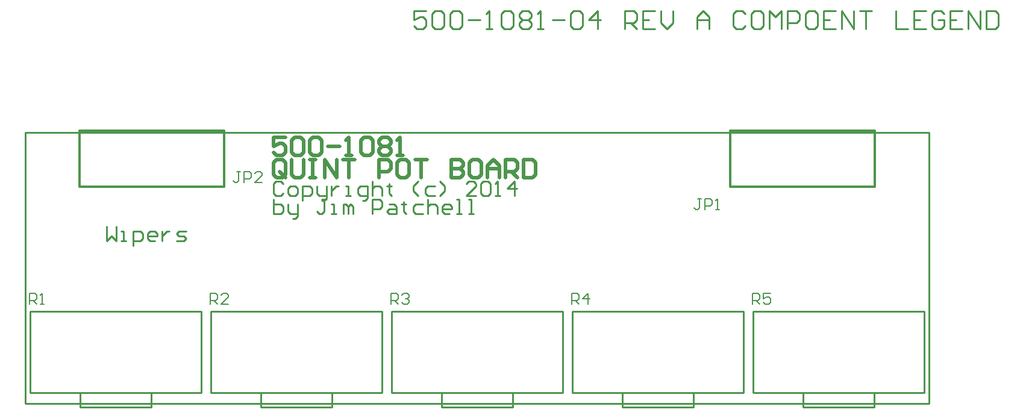
<source format=gto>
%FSLAX24Y24*%
%MOIN*%
G70*
G01*
G75*
G04 Layer_Color=65535*
%ADD10C,0.0120*%
%ADD11C,0.0100*%
%ADD12C,0.0620*%
%ADD13R,0.0620X0.0620*%
%ADD14C,0.1000*%
%ADD15C,0.0060*%
%ADD16C,0.0200*%
D10*
X39000Y12000D02*
Y15100D01*
X47000Y12000D02*
Y15100D01*
X39000D02*
X47000D01*
X39000Y12000D02*
X47000D01*
X3000D02*
Y15100D01*
X11000Y12000D02*
Y15100D01*
X3000D02*
X11000D01*
X3000Y12000D02*
X11000D01*
D11*
X40276Y600D02*
Y5128D01*
X49724Y600D02*
Y5128D01*
X46968Y-187D02*
Y600D01*
X43032Y-187D02*
Y600D01*
X40276Y5128D02*
X49724D01*
X45000Y-187D02*
X46968D01*
X43032D02*
X45000D01*
X40276Y600D02*
X45000D01*
X49724D01*
X20276D02*
Y5128D01*
X29724Y600D02*
Y5128D01*
X26969Y-187D02*
Y600D01*
X23031Y-187D02*
Y600D01*
X20276Y5128D02*
X29724D01*
X25000Y-187D02*
X26969D01*
X23031D02*
X25000D01*
X20276Y600D02*
X25000D01*
X29724D01*
X30276D02*
Y5128D01*
X39724Y600D02*
Y5128D01*
X36969Y-187D02*
Y600D01*
X33031Y-187D02*
Y600D01*
X30276Y5128D02*
X39724D01*
X35000Y-187D02*
X36969D01*
X33031D02*
X35000D01*
X30276Y600D02*
X35000D01*
X39724D01*
X10276D02*
Y5128D01*
X19724Y600D02*
Y5128D01*
X16968Y-187D02*
Y600D01*
X13032Y-187D02*
Y600D01*
X10276Y5128D02*
X19724D01*
X15000Y-187D02*
X16968D01*
X13032D02*
X15000D01*
X10276Y600D02*
X15000D01*
X19724D01*
X276D02*
Y5128D01*
X9724Y600D02*
Y5128D01*
X6969Y-187D02*
Y600D01*
X3031Y-187D02*
Y600D01*
X276Y5128D02*
X9724D01*
X5000Y-187D02*
X6969D01*
X3031D02*
X5000D01*
X276Y600D02*
X5000D01*
X9724D01*
X22166Y21750D02*
X21500D01*
Y21250D01*
X21833Y21416D01*
X22000D01*
X22166Y21250D01*
Y20917D01*
X22000Y20750D01*
X21667D01*
X21500Y20917D01*
X22500Y21583D02*
X22666Y21750D01*
X23000D01*
X23166Y21583D01*
Y20917D01*
X23000Y20750D01*
X22666D01*
X22500Y20917D01*
Y21583D01*
X23499D02*
X23666Y21750D01*
X23999D01*
X24166Y21583D01*
Y20917D01*
X23999Y20750D01*
X23666D01*
X23499Y20917D01*
Y21583D01*
X24499Y21250D02*
X25165D01*
X25499Y20750D02*
X25832D01*
X25665D01*
Y21750D01*
X25499Y21583D01*
X26332D02*
X26498Y21750D01*
X26832D01*
X26998Y21583D01*
Y20917D01*
X26832Y20750D01*
X26498D01*
X26332Y20917D01*
Y21583D01*
X27331D02*
X27498Y21750D01*
X27831D01*
X27998Y21583D01*
Y21416D01*
X27831Y21250D01*
X27998Y21083D01*
Y20917D01*
X27831Y20750D01*
X27498D01*
X27331Y20917D01*
Y21083D01*
X27498Y21250D01*
X27331Y21416D01*
Y21583D01*
X27498Y21250D02*
X27831D01*
X28331Y20750D02*
X28664D01*
X28498D01*
Y21750D01*
X28331Y21583D01*
X29164Y21250D02*
X29831D01*
X30164Y21583D02*
X30330Y21750D01*
X30664D01*
X30830Y21583D01*
Y20917D01*
X30664Y20750D01*
X30330D01*
X30164Y20917D01*
Y21583D01*
X31663Y20750D02*
Y21750D01*
X31164Y21250D01*
X31830D01*
X33163Y20750D02*
Y21750D01*
X33663D01*
X33829Y21583D01*
Y21250D01*
X33663Y21083D01*
X33163D01*
X33496D02*
X33829Y20750D01*
X34829Y21750D02*
X34163D01*
Y20750D01*
X34829D01*
X34163Y21250D02*
X34496D01*
X35162Y21750D02*
Y21083D01*
X35495Y20750D01*
X35829Y21083D01*
Y21750D01*
X37162Y20750D02*
Y21416D01*
X37495Y21750D01*
X37828Y21416D01*
Y20750D01*
Y21250D01*
X37162D01*
X39827Y21583D02*
X39661Y21750D01*
X39328D01*
X39161Y21583D01*
Y20917D01*
X39328Y20750D01*
X39661D01*
X39827Y20917D01*
X40660Y21750D02*
X40327D01*
X40161Y21583D01*
Y20917D01*
X40327Y20750D01*
X40660D01*
X40827Y20917D01*
Y21583D01*
X40660Y21750D01*
X41160Y20750D02*
Y21750D01*
X41494Y21416D01*
X41827Y21750D01*
Y20750D01*
X42160D02*
Y21750D01*
X42660D01*
X42826Y21583D01*
Y21250D01*
X42660Y21083D01*
X42160D01*
X43660Y21750D02*
X43326D01*
X43160Y21583D01*
Y20917D01*
X43326Y20750D01*
X43660D01*
X43826Y20917D01*
Y21583D01*
X43660Y21750D01*
X44826D02*
X44159D01*
Y20750D01*
X44826D01*
X44159Y21250D02*
X44493D01*
X45159Y20750D02*
Y21750D01*
X45825Y20750D01*
Y21750D01*
X46159D02*
X46825D01*
X46492D01*
Y20750D01*
X48158Y21750D02*
Y20750D01*
X48825D01*
X49824Y21750D02*
X49158D01*
Y20750D01*
X49824D01*
X49158Y21250D02*
X49491D01*
X50824Y21583D02*
X50657Y21750D01*
X50324D01*
X50157Y21583D01*
Y20917D01*
X50324Y20750D01*
X50657D01*
X50824Y20917D01*
Y21250D01*
X50491D01*
X51824Y21750D02*
X51157D01*
Y20750D01*
X51824D01*
X51157Y21250D02*
X51490D01*
X52157Y20750D02*
Y21750D01*
X52823Y20750D01*
Y21750D01*
X53156D02*
Y20750D01*
X53656D01*
X53823Y20917D01*
Y21583D01*
X53656Y21750D01*
X53156D01*
X14283Y12166D02*
X14150Y12300D01*
X13883D01*
X13750Y12166D01*
Y11633D01*
X13883Y11500D01*
X14150D01*
X14283Y11633D01*
X14683Y11500D02*
X14950D01*
X15083Y11633D01*
Y11900D01*
X14950Y12033D01*
X14683D01*
X14550Y11900D01*
Y11633D01*
X14683Y11500D01*
X15349Y11233D02*
Y12033D01*
X15749D01*
X15883Y11900D01*
Y11633D01*
X15749Y11500D01*
X15349D01*
X16149Y12033D02*
Y11633D01*
X16283Y11500D01*
X16682D01*
Y11367D01*
X16549Y11233D01*
X16416D01*
X16682Y11500D02*
Y12033D01*
X16949D02*
Y11500D01*
Y11767D01*
X17082Y11900D01*
X17216Y12033D01*
X17349D01*
X17749Y11500D02*
X18015D01*
X17882D01*
Y12033D01*
X17749D01*
X18682Y11233D02*
X18815D01*
X18948Y11367D01*
Y12033D01*
X18548D01*
X18415Y11900D01*
Y11633D01*
X18548Y11500D01*
X18948D01*
X19215Y12300D02*
Y11500D01*
Y11900D01*
X19348Y12033D01*
X19615D01*
X19748Y11900D01*
Y11500D01*
X20148Y12166D02*
Y12033D01*
X20015D01*
X20281D01*
X20148D01*
Y11633D01*
X20281Y11500D01*
X21747D02*
X21481Y11767D01*
Y12033D01*
X21747Y12300D01*
X22680Y12033D02*
X22281D01*
X22147Y11900D01*
Y11633D01*
X22281Y11500D01*
X22680D01*
X22947D02*
X23214Y11767D01*
Y12033D01*
X22947Y12300D01*
X24946Y11500D02*
X24413D01*
X24946Y12033D01*
Y12166D01*
X24813Y12300D01*
X24546D01*
X24413Y12166D01*
X25213D02*
X25346Y12300D01*
X25613D01*
X25746Y12166D01*
Y11633D01*
X25613Y11500D01*
X25346D01*
X25213Y11633D01*
Y12166D01*
X26013Y11500D02*
X26279D01*
X26146D01*
Y12300D01*
X26013Y12166D01*
X27079Y11500D02*
Y12300D01*
X26679Y11900D01*
X27212D01*
X13750Y11300D02*
Y10500D01*
X14150D01*
X14283Y10633D01*
Y10767D01*
Y10900D01*
X14150Y11033D01*
X13750D01*
X14550D02*
Y10633D01*
X14683Y10500D01*
X15083D01*
Y10367D01*
X14950Y10233D01*
X14816D01*
X15083Y10500D02*
Y11033D01*
X16682Y11300D02*
X16416D01*
X16549D01*
Y10633D01*
X16416Y10500D01*
X16283D01*
X16149Y10633D01*
X16949Y10500D02*
X17216D01*
X17082D01*
Y11033D01*
X16949D01*
X17615Y10500D02*
Y11033D01*
X17749D01*
X17882Y10900D01*
Y10500D01*
Y10900D01*
X18015Y11033D01*
X18149Y10900D01*
Y10500D01*
X19215D02*
Y11300D01*
X19615D01*
X19748Y11166D01*
Y10900D01*
X19615Y10767D01*
X19215D01*
X20148Y11033D02*
X20415D01*
X20548Y10900D01*
Y10500D01*
X20148D01*
X20015Y10633D01*
X20148Y10767D01*
X20548D01*
X20948Y11166D02*
Y11033D01*
X20814D01*
X21081D01*
X20948D01*
Y10633D01*
X21081Y10500D01*
X22014Y11033D02*
X21614D01*
X21481Y10900D01*
Y10633D01*
X21614Y10500D01*
X22014D01*
X22281Y11300D02*
Y10500D01*
Y10900D01*
X22414Y11033D01*
X22680D01*
X22814Y10900D01*
Y10500D01*
X23480D02*
X23214D01*
X23080Y10633D01*
Y10900D01*
X23214Y11033D01*
X23480D01*
X23613Y10900D01*
Y10767D01*
X23080D01*
X23880Y10500D02*
X24147D01*
X24013D01*
Y11300D01*
X23880D01*
X24546Y10500D02*
X24813D01*
X24680D01*
Y11300D01*
X24546D01*
X4500Y9800D02*
Y9000D01*
X4767Y9267D01*
X5033Y9000D01*
Y9800D01*
X5300Y9000D02*
X5566D01*
X5433D01*
Y9533D01*
X5300D01*
X5966Y8733D02*
Y9533D01*
X6366D01*
X6499Y9400D01*
Y9133D01*
X6366Y9000D01*
X5966D01*
X7166D02*
X6899D01*
X6766Y9133D01*
Y9400D01*
X6899Y9533D01*
X7166D01*
X7299Y9400D01*
Y9267D01*
X6766D01*
X7566Y9533D02*
Y9000D01*
Y9267D01*
X7699Y9400D01*
X7832Y9533D01*
X7966D01*
X8365Y9000D02*
X8765D01*
X8899Y9133D01*
X8765Y9267D01*
X8499D01*
X8365Y9400D01*
X8499Y9533D01*
X8899D01*
X0Y0D02*
X50000D01*
X0Y15000D02*
X50000D01*
Y0D02*
Y15000D01*
X0Y0D02*
Y15000D01*
D15*
X37400Y11350D02*
X37200D01*
X37300D01*
Y10850D01*
X37200Y10750D01*
X37100D01*
X37000Y10850D01*
X37600Y10750D02*
Y11350D01*
X37900D01*
X38000Y11250D01*
Y11050D01*
X37900Y10950D01*
X37600D01*
X38200Y10750D02*
X38400D01*
X38300D01*
Y11350D01*
X38200Y11250D01*
X40250Y5500D02*
Y6100D01*
X40550D01*
X40650Y6000D01*
Y5800D01*
X40550Y5700D01*
X40250D01*
X40450D02*
X40650Y5500D01*
X41250Y6100D02*
X40850D01*
Y5800D01*
X41050Y5900D01*
X41150D01*
X41250Y5800D01*
Y5600D01*
X41150Y5500D01*
X40950D01*
X40850Y5600D01*
X20250Y5500D02*
Y6100D01*
X20550D01*
X20650Y6000D01*
Y5800D01*
X20550Y5700D01*
X20250D01*
X20450D02*
X20650Y5500D01*
X20850Y6000D02*
X20950Y6100D01*
X21150D01*
X21250Y6000D01*
Y5900D01*
X21150Y5800D01*
X21050D01*
X21150D01*
X21250Y5700D01*
Y5600D01*
X21150Y5500D01*
X20950D01*
X20850Y5600D01*
X30250Y5500D02*
Y6100D01*
X30550D01*
X30650Y6000D01*
Y5800D01*
X30550Y5700D01*
X30250D01*
X30450D02*
X30650Y5500D01*
X31150D02*
Y6100D01*
X30850Y5800D01*
X31250D01*
X10250Y5500D02*
Y6100D01*
X10550D01*
X10650Y6000D01*
Y5800D01*
X10550Y5700D01*
X10250D01*
X10450D02*
X10650Y5500D01*
X11250D02*
X10850D01*
X11250Y5900D01*
Y6000D01*
X11150Y6100D01*
X10950D01*
X10850Y6000D01*
X11900Y12850D02*
X11700D01*
X11800D01*
Y12350D01*
X11700Y12250D01*
X11600D01*
X11500Y12350D01*
X12100Y12250D02*
Y12850D01*
X12400D01*
X12500Y12750D01*
Y12550D01*
X12400Y12450D01*
X12100D01*
X13099Y12250D02*
X12700D01*
X13099Y12650D01*
Y12750D01*
X13000Y12850D01*
X12800D01*
X12700Y12750D01*
X250Y5500D02*
Y6100D01*
X550D01*
X650Y6000D01*
Y5800D01*
X550Y5700D01*
X250D01*
X450D02*
X650Y5500D01*
X850D02*
X1050D01*
X950D01*
Y6100D01*
X850Y6000D01*
D16*
X14416Y14750D02*
X13750D01*
Y14250D01*
X14083Y14416D01*
X14250D01*
X14416Y14250D01*
Y13917D01*
X14250Y13750D01*
X13917D01*
X13750Y13917D01*
X14750Y14583D02*
X14916Y14750D01*
X15250D01*
X15416Y14583D01*
Y13917D01*
X15250Y13750D01*
X14916D01*
X14750Y13917D01*
Y14583D01*
X15749D02*
X15916Y14750D01*
X16249D01*
X16416Y14583D01*
Y13917D01*
X16249Y13750D01*
X15916D01*
X15749Y13917D01*
Y14583D01*
X16749Y14250D02*
X17415D01*
X17749Y13750D02*
X18082D01*
X17915D01*
Y14750D01*
X17749Y14583D01*
X18582D02*
X18748Y14750D01*
X19082D01*
X19248Y14583D01*
Y13917D01*
X19082Y13750D01*
X18748D01*
X18582Y13917D01*
Y14583D01*
X19581D02*
X19748Y14750D01*
X20081D01*
X20248Y14583D01*
Y14416D01*
X20081Y14250D01*
X20248Y14083D01*
Y13917D01*
X20081Y13750D01*
X19748D01*
X19581Y13917D01*
Y14083D01*
X19748Y14250D01*
X19581Y14416D01*
Y14583D01*
X19748Y14250D02*
X20081D01*
X20581Y13750D02*
X20914D01*
X20748D01*
Y14750D01*
X20581Y14583D01*
X14416Y12667D02*
Y13333D01*
X14250Y13500D01*
X13917D01*
X13750Y13333D01*
Y12667D01*
X13917Y12500D01*
X14250D01*
X14083Y12833D02*
X14416Y12500D01*
X14250D02*
X14416Y12667D01*
X14750Y13500D02*
Y12667D01*
X14916Y12500D01*
X15250D01*
X15416Y12667D01*
Y13500D01*
X15749D02*
X16083D01*
X15916D01*
Y12500D01*
X15749D01*
X16083D01*
X16582D02*
Y13500D01*
X17249Y12500D01*
Y13500D01*
X17582D02*
X18249D01*
X17915D01*
Y12500D01*
X19581D02*
Y13500D01*
X20081D01*
X20248Y13333D01*
Y13000D01*
X20081Y12833D01*
X19581D01*
X21081Y13500D02*
X20748D01*
X20581Y13333D01*
Y12667D01*
X20748Y12500D01*
X21081D01*
X21248Y12667D01*
Y13333D01*
X21081Y13500D01*
X21581D02*
X22247D01*
X21914D01*
Y12500D01*
X23580Y13500D02*
Y12500D01*
X24080D01*
X24247Y12667D01*
Y12833D01*
X24080Y13000D01*
X23580D01*
X24080D01*
X24247Y13166D01*
Y13333D01*
X24080Y13500D01*
X23580D01*
X25080D02*
X24746D01*
X24580Y13333D01*
Y12667D01*
X24746Y12500D01*
X25080D01*
X25246Y12667D01*
Y13333D01*
X25080Y13500D01*
X25580Y12500D02*
Y13166D01*
X25913Y13500D01*
X26246Y13166D01*
Y12500D01*
Y13000D01*
X25580D01*
X26579Y12500D02*
Y13500D01*
X27079D01*
X27246Y13333D01*
Y13000D01*
X27079Y12833D01*
X26579D01*
X26912D02*
X27246Y12500D01*
X27579Y13500D02*
Y12500D01*
X28079D01*
X28245Y12667D01*
Y13333D01*
X28079Y13500D01*
X27579D01*
M02*

</source>
